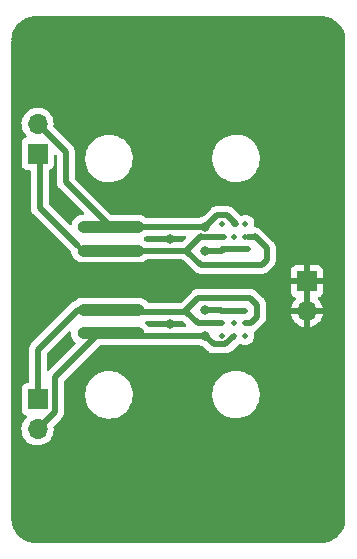
<source format=gbr>
%TF.GenerationSoftware,KiCad,Pcbnew,(6.0.8-1)-1*%
%TF.CreationDate,2023-01-25T17:11:03-08:00*%
%TF.ProjectId,SiPM_breakout,5369504d-5f62-4726-9561-6b6f75742e6b,rev?*%
%TF.SameCoordinates,Original*%
%TF.FileFunction,Copper,L1,Top*%
%TF.FilePolarity,Positive*%
%FSLAX46Y46*%
G04 Gerber Fmt 4.6, Leading zero omitted, Abs format (unit mm)*
G04 Created by KiCad (PCBNEW (6.0.8-1)-1) date 2023-01-25 17:11:03*
%MOMM*%
%LPD*%
G01*
G04 APERTURE LIST*
%TA.AperFunction,SMDPad,CuDef*%
%ADD10C,0.500000*%
%TD*%
%TA.AperFunction,SMDPad,CuDef*%
%ADD11O,5.700000X1.000000*%
%TD*%
%TA.AperFunction,ComponentPad*%
%ADD12R,1.700000X1.700000*%
%TD*%
%TA.AperFunction,ComponentPad*%
%ADD13O,1.700000X1.700000*%
%TD*%
%TA.AperFunction,ViaPad*%
%ADD14C,0.800000*%
%TD*%
%TA.AperFunction,Conductor*%
%ADD15C,0.500000*%
%TD*%
G04 APERTURE END LIST*
D10*
%TO.P,D1,1,K*%
%TO.N,/BIAS1*%
X96000000Y-102655000D03*
X95000000Y-100555000D03*
X97000000Y-100555000D03*
X96000000Y-100555000D03*
%TO.P,D1,2,A*%
%TO.N,/SIG1*%
X95000000Y-101555000D03*
X97000000Y-101555000D03*
%TO.P,D1,4*%
%TO.N,N/C*%
X97000000Y-102655000D03*
X95000000Y-102655000D03*
%TO.P,D1,5*%
X96000000Y-101555000D03*
%TD*%
D11*
%TO.P,D4,1,K*%
%TO.N,/BIAS2*%
X85600000Y-93400000D03*
%TO.P,D4,2,A*%
%TO.N,/SIG2*%
X85600000Y-95400000D03*
%TD*%
%TO.P,D3,1,K*%
%TO.N,/BIAS1*%
X85600000Y-102400000D03*
%TO.P,D3,2,A*%
%TO.N,/SIG1*%
X85600000Y-100400000D03*
%TD*%
D10*
%TO.P,D2,1,K*%
%TO.N,/BIAS2*%
X96000000Y-95245000D03*
X95000000Y-95245000D03*
X97000000Y-95245000D03*
X96000000Y-93145000D03*
%TO.P,D2,2,A*%
%TO.N,/SIG2*%
X95000000Y-94245000D03*
X97000000Y-94245000D03*
%TO.P,D2,4*%
%TO.N,N/C*%
X95000000Y-93145000D03*
X97000000Y-93145000D03*
%TO.P,D2,5*%
X96000000Y-94245000D03*
%TD*%
D12*
%TO.P,J2,1,Pin_1*%
%TO.N,/SIG2*%
X79400000Y-87200000D03*
D13*
%TO.P,J2,2,Pin_2*%
%TO.N,/BIAS2*%
X79400000Y-84660000D03*
%TD*%
D12*
%TO.P,J1,1,Pin_1*%
%TO.N,/SIG1*%
X79400000Y-108000000D03*
D13*
%TO.P,J1,2,Pin_2*%
%TO.N,/BIAS1*%
X79400000Y-110540000D03*
%TD*%
D12*
%TO.P,J3,1,Pin_1*%
%TO.N,/GND*%
X102200000Y-98000000D03*
D13*
%TO.P,J3,2,Pin_2*%
X102200000Y-100540000D03*
%TD*%
D14*
%TO.N,/BIAS1*%
X93600000Y-102600000D03*
X93600000Y-100400000D03*
%TO.N,/BIAS2*%
X93600000Y-95400000D03*
X93600000Y-93395500D03*
%TO.N,/GND*%
X81800000Y-91600000D03*
X80000000Y-100600000D03*
X82600000Y-85400000D03*
X90800000Y-104600000D03*
X82600000Y-110000000D03*
X81600000Y-103600000D03*
X90600000Y-94400000D03*
X80000000Y-94400000D03*
X90800000Y-91800000D03*
X90800000Y-98000000D03*
X90600000Y-101600000D03*
%TD*%
D15*
%TO.N,/SIG1*%
X91800000Y-100600000D02*
X92000000Y-100600000D01*
X97445000Y-101555000D02*
X97000000Y-101555000D01*
X79400000Y-103800000D02*
X82800000Y-100400000D01*
X91800000Y-100600000D02*
X93000000Y-99400000D01*
X85420000Y-100600000D02*
X91800000Y-100600000D01*
X98000000Y-100000000D02*
X98000000Y-101000000D01*
X93000000Y-99400000D02*
X97400000Y-99400000D01*
X79400000Y-108000000D02*
X79400000Y-103800000D01*
X92955000Y-101555000D02*
X92000000Y-100600000D01*
X82800000Y-100400000D02*
X85600000Y-100400000D01*
X97400000Y-99400000D02*
X98000000Y-100000000D01*
X95000000Y-101555000D02*
X92955000Y-101555000D01*
X98000000Y-101000000D02*
X97445000Y-101555000D01*
%TO.N,/BIAS1*%
X94845000Y-100400000D02*
X95000000Y-100555000D01*
X80860000Y-106140000D02*
X84600000Y-102400000D01*
X93600000Y-102600000D02*
X94355000Y-103355000D01*
X84600000Y-102400000D02*
X85600000Y-102400000D01*
X80860000Y-109080000D02*
X80860000Y-106140000D01*
X93600000Y-102600000D02*
X85420000Y-102600000D01*
X95300000Y-103355000D02*
X96000000Y-102655000D01*
X79400000Y-110540000D02*
X80860000Y-109080000D01*
X93600000Y-100400000D02*
X94845000Y-100400000D01*
X94355000Y-103355000D02*
X95300000Y-103355000D01*
X97000000Y-100555000D02*
X95000000Y-100555000D01*
%TO.N,/BIAS2*%
X95045000Y-95400000D02*
X95200000Y-95245000D01*
X93600000Y-93400000D02*
X93600000Y-93395500D01*
X93600000Y-93400000D02*
X94600000Y-92400000D01*
X81800000Y-87060000D02*
X81800000Y-89600000D01*
X81800000Y-89600000D02*
X85600000Y-93400000D01*
X93600000Y-95400000D02*
X95045000Y-95400000D01*
X79400000Y-84660000D02*
X81800000Y-87060000D01*
X94600000Y-92400000D02*
X95455000Y-92400000D01*
X93000000Y-93400000D02*
X93600000Y-93400000D01*
X97200000Y-95245000D02*
X95200000Y-95245000D01*
X85400000Y-93400000D02*
X93000000Y-93400000D01*
X95455000Y-92400000D02*
X96200000Y-93145000D01*
%TO.N,/SIG2*%
X98800000Y-95200000D02*
X97800000Y-94200000D01*
X79600000Y-91800000D02*
X82800000Y-95000000D01*
X85400000Y-95400000D02*
X92000000Y-95400000D01*
X97755000Y-94245000D02*
X97200000Y-94245000D01*
X97800000Y-94200000D02*
X97755000Y-94245000D01*
X98800000Y-96200000D02*
X98800000Y-95200000D01*
X92000000Y-95400000D02*
X93200000Y-96600000D01*
X93245000Y-94245000D02*
X95200000Y-94245000D01*
X92000000Y-95400000D02*
X93200000Y-94200000D01*
X85600000Y-95400000D02*
X83600000Y-95400000D01*
X93200000Y-96600000D02*
X98400000Y-96600000D01*
X79600000Y-87400000D02*
X79600000Y-91800000D01*
X98400000Y-96600000D02*
X98800000Y-96200000D01*
%TD*%
%TA.AperFunction,Conductor*%
%TO.N,/GND*%
G36*
X103402018Y-75567000D02*
G01*
X103416851Y-75569310D01*
X103416855Y-75569310D01*
X103425724Y-75570691D01*
X103434626Y-75569527D01*
X103434629Y-75569527D01*
X103442012Y-75568561D01*
X103466591Y-75567767D01*
X103493442Y-75569527D01*
X103688922Y-75582340D01*
X103705262Y-75584491D01*
X103827477Y-75608801D01*
X103949696Y-75633112D01*
X103965606Y-75637375D01*
X104201600Y-75717484D01*
X104216826Y-75723791D01*
X104440342Y-75834016D01*
X104454616Y-75842257D01*
X104661829Y-75980713D01*
X104674905Y-75990746D01*
X104862278Y-76155068D01*
X104873932Y-76166722D01*
X105038254Y-76354095D01*
X105048287Y-76367171D01*
X105186743Y-76574384D01*
X105194984Y-76588658D01*
X105305209Y-76812174D01*
X105311515Y-76827398D01*
X105391625Y-77063394D01*
X105395889Y-77079307D01*
X105444509Y-77323738D01*
X105446660Y-77340078D01*
X105460763Y-77555236D01*
X105459733Y-77578350D01*
X105459690Y-77581854D01*
X105458309Y-77590724D01*
X105459473Y-77599626D01*
X105459473Y-77599628D01*
X105462436Y-77622283D01*
X105463500Y-77638621D01*
X105463500Y-118060633D01*
X105462000Y-118080018D01*
X105459690Y-118094851D01*
X105459690Y-118094855D01*
X105458309Y-118103724D01*
X105459473Y-118112626D01*
X105459473Y-118112629D01*
X105460439Y-118120012D01*
X105461233Y-118144591D01*
X105446660Y-118366922D01*
X105444509Y-118383262D01*
X105395889Y-118627693D01*
X105391625Y-118643606D01*
X105357312Y-118744689D01*
X105311516Y-118879600D01*
X105305209Y-118894826D01*
X105194984Y-119118342D01*
X105186743Y-119132616D01*
X105048287Y-119339829D01*
X105038254Y-119352905D01*
X104873932Y-119540278D01*
X104862278Y-119551932D01*
X104674905Y-119716254D01*
X104661829Y-119726287D01*
X104454616Y-119864743D01*
X104440342Y-119872984D01*
X104216826Y-119983209D01*
X104201602Y-119989515D01*
X103965606Y-120069625D01*
X103949696Y-120073888D01*
X103827477Y-120098199D01*
X103705262Y-120122509D01*
X103688922Y-120124660D01*
X103540134Y-120134413D01*
X103473763Y-120138763D01*
X103450650Y-120137733D01*
X103447146Y-120137690D01*
X103438276Y-120136309D01*
X103429374Y-120137473D01*
X103429372Y-120137473D01*
X103415915Y-120139233D01*
X103406714Y-120140436D01*
X103390379Y-120141500D01*
X79269367Y-120141500D01*
X79249982Y-120140000D01*
X79235149Y-120137690D01*
X79235145Y-120137690D01*
X79226276Y-120136309D01*
X79217374Y-120137473D01*
X79217371Y-120137473D01*
X79209988Y-120138439D01*
X79185409Y-120139233D01*
X79140799Y-120136309D01*
X78963078Y-120124660D01*
X78946738Y-120122509D01*
X78824523Y-120098199D01*
X78702304Y-120073888D01*
X78686394Y-120069625D01*
X78450398Y-119989515D01*
X78435174Y-119983209D01*
X78211658Y-119872984D01*
X78197384Y-119864743D01*
X77990171Y-119726287D01*
X77977095Y-119716254D01*
X77789722Y-119551932D01*
X77778068Y-119540278D01*
X77613746Y-119352905D01*
X77603713Y-119339829D01*
X77465257Y-119132616D01*
X77457016Y-119118342D01*
X77346791Y-118894826D01*
X77340484Y-118879600D01*
X77294688Y-118744689D01*
X77260375Y-118643606D01*
X77256111Y-118627693D01*
X77207491Y-118383262D01*
X77205340Y-118366922D01*
X77191476Y-118155407D01*
X77192650Y-118132232D01*
X77192334Y-118132204D01*
X77192770Y-118127344D01*
X77193576Y-118122552D01*
X77193729Y-118110000D01*
X77189773Y-118082376D01*
X77188500Y-118064514D01*
X77188500Y-110506695D01*
X78037251Y-110506695D01*
X78037548Y-110511848D01*
X78037548Y-110511851D01*
X78043011Y-110606590D01*
X78050110Y-110729715D01*
X78051247Y-110734761D01*
X78051248Y-110734767D01*
X78071119Y-110822939D01*
X78099222Y-110947639D01*
X78183266Y-111154616D01*
X78299987Y-111345088D01*
X78446250Y-111513938D01*
X78618126Y-111656632D01*
X78811000Y-111769338D01*
X79019692Y-111849030D01*
X79024760Y-111850061D01*
X79024763Y-111850062D01*
X79132017Y-111871883D01*
X79238597Y-111893567D01*
X79243772Y-111893757D01*
X79243774Y-111893757D01*
X79456673Y-111901564D01*
X79456677Y-111901564D01*
X79461837Y-111901753D01*
X79466957Y-111901097D01*
X79466959Y-111901097D01*
X79678288Y-111874025D01*
X79678289Y-111874025D01*
X79683416Y-111873368D01*
X79688366Y-111871883D01*
X79892429Y-111810661D01*
X79892434Y-111810659D01*
X79897384Y-111809174D01*
X80097994Y-111710896D01*
X80279860Y-111581173D01*
X80438096Y-111423489D01*
X80497594Y-111340689D01*
X80565435Y-111246277D01*
X80568453Y-111242077D01*
X80667430Y-111041811D01*
X80732370Y-110828069D01*
X80761529Y-110606590D01*
X80763156Y-110540000D01*
X80745870Y-110329747D01*
X80760223Y-110260219D01*
X80782351Y-110230330D01*
X81348911Y-109663770D01*
X81363323Y-109651384D01*
X81374918Y-109642851D01*
X81374923Y-109642846D01*
X81380818Y-109638508D01*
X81385557Y-109632930D01*
X81385560Y-109632927D01*
X81415035Y-109598232D01*
X81421965Y-109590716D01*
X81427661Y-109585020D01*
X81429924Y-109582159D01*
X81429929Y-109582154D01*
X81445293Y-109562734D01*
X81448082Y-109559333D01*
X81468407Y-109535409D01*
X81495333Y-109503715D01*
X81498659Y-109497202D01*
X81502020Y-109492163D01*
X81505196Y-109487021D01*
X81509734Y-109481284D01*
X81540655Y-109415125D01*
X81542561Y-109411225D01*
X81550983Y-109394731D01*
X81575769Y-109346192D01*
X81577508Y-109339083D01*
X81579604Y-109333449D01*
X81581523Y-109327679D01*
X81584622Y-109321050D01*
X81587019Y-109309530D01*
X81599490Y-109249571D01*
X81600461Y-109245282D01*
X81606980Y-109218642D01*
X81617808Y-109174390D01*
X81618500Y-109163236D01*
X81618535Y-109163238D01*
X81618775Y-109159266D01*
X81619152Y-109155045D01*
X81620641Y-109147885D01*
X81618546Y-109070458D01*
X81618500Y-109067050D01*
X81618500Y-107546733D01*
X83434822Y-107546733D01*
X83434975Y-107551121D01*
X83434975Y-107551127D01*
X83444183Y-107814788D01*
X83444625Y-107827458D01*
X83445387Y-107831781D01*
X83445388Y-107831788D01*
X83469164Y-107966624D01*
X83493402Y-108104087D01*
X83580203Y-108371235D01*
X83703340Y-108623702D01*
X83705795Y-108627341D01*
X83705798Y-108627347D01*
X83772261Y-108725882D01*
X83860415Y-108856576D01*
X84048371Y-109065322D01*
X84263550Y-109245879D01*
X84501764Y-109394731D01*
X84635484Y-109454267D01*
X84720193Y-109491982D01*
X84758375Y-109508982D01*
X84850538Y-109535409D01*
X84969104Y-109569407D01*
X85028390Y-109586407D01*
X85032740Y-109587018D01*
X85032743Y-109587019D01*
X85135690Y-109601487D01*
X85306552Y-109625500D01*
X85517146Y-109625500D01*
X85519332Y-109625347D01*
X85519336Y-109625347D01*
X85722827Y-109611118D01*
X85722832Y-109611117D01*
X85727212Y-109610811D01*
X86001970Y-109552409D01*
X86006099Y-109550906D01*
X86006103Y-109550905D01*
X86261781Y-109457846D01*
X86261785Y-109457844D01*
X86265926Y-109456337D01*
X86513942Y-109324464D01*
X86537341Y-109307464D01*
X86737629Y-109161947D01*
X86737632Y-109161944D01*
X86741192Y-109159358D01*
X86760646Y-109140572D01*
X86940087Y-108967287D01*
X86943252Y-108964231D01*
X87116188Y-108742882D01*
X87118384Y-108739078D01*
X87118389Y-108739071D01*
X87254435Y-108503431D01*
X87256636Y-108499619D01*
X87361862Y-108239176D01*
X87366101Y-108222176D01*
X87428753Y-107970893D01*
X87428754Y-107970888D01*
X87429817Y-107966624D01*
X87432064Y-107945251D01*
X87458719Y-107691636D01*
X87458719Y-107691633D01*
X87459178Y-107687267D01*
X87458737Y-107674636D01*
X87453677Y-107529733D01*
X94187822Y-107529733D01*
X94187975Y-107534121D01*
X94187975Y-107534127D01*
X94193476Y-107691636D01*
X94197625Y-107810458D01*
X94198387Y-107814781D01*
X94198388Y-107814788D01*
X94222164Y-107949624D01*
X94246402Y-108087087D01*
X94333203Y-108354235D01*
X94456340Y-108606702D01*
X94458795Y-108610341D01*
X94458798Y-108610347D01*
X94470265Y-108627347D01*
X94613415Y-108839576D01*
X94616360Y-108842847D01*
X94616361Y-108842848D01*
X94628722Y-108856576D01*
X94801371Y-109048322D01*
X95016550Y-109228879D01*
X95254764Y-109377731D01*
X95511375Y-109491982D01*
X95571739Y-109509291D01*
X95746258Y-109559333D01*
X95781390Y-109569407D01*
X95785740Y-109570018D01*
X95785743Y-109570019D01*
X95872090Y-109582154D01*
X96059552Y-109608500D01*
X96270146Y-109608500D01*
X96272332Y-109608347D01*
X96272336Y-109608347D01*
X96475827Y-109594118D01*
X96475832Y-109594117D01*
X96480212Y-109593811D01*
X96754970Y-109535409D01*
X96759099Y-109533906D01*
X96759103Y-109533905D01*
X97014781Y-109440846D01*
X97014785Y-109440844D01*
X97018926Y-109439337D01*
X97266942Y-109307464D01*
X97283782Y-109295229D01*
X97490629Y-109144947D01*
X97490632Y-109144944D01*
X97494192Y-109142358D01*
X97696252Y-108947231D01*
X97869188Y-108725882D01*
X97871384Y-108722078D01*
X97871389Y-108722071D01*
X98007435Y-108486431D01*
X98009636Y-108482619D01*
X98114862Y-108222176D01*
X98148544Y-108087087D01*
X98181753Y-107953893D01*
X98181754Y-107953888D01*
X98182817Y-107949624D01*
X98212178Y-107670267D01*
X98208018Y-107551127D01*
X98202529Y-107393939D01*
X98202528Y-107393933D01*
X98202375Y-107389542D01*
X98178608Y-107254749D01*
X98157358Y-107134236D01*
X98153598Y-107112913D01*
X98066797Y-106845765D01*
X98035384Y-106781358D01*
X97970048Y-106647402D01*
X97943660Y-106593298D01*
X97941205Y-106589659D01*
X97941202Y-106589653D01*
X97800514Y-106381075D01*
X97786585Y-106360424D01*
X97598629Y-106151678D01*
X97383450Y-105971121D01*
X97145236Y-105822269D01*
X96930821Y-105726805D01*
X96892639Y-105709805D01*
X96892637Y-105709804D01*
X96888625Y-105708018D01*
X96682123Y-105648805D01*
X96622837Y-105631805D01*
X96622836Y-105631805D01*
X96618610Y-105630593D01*
X96614260Y-105629982D01*
X96614257Y-105629981D01*
X96462498Y-105608653D01*
X96340448Y-105591500D01*
X96129854Y-105591500D01*
X96127668Y-105591653D01*
X96127664Y-105591653D01*
X95924173Y-105605882D01*
X95924168Y-105605883D01*
X95919788Y-105606189D01*
X95645030Y-105664591D01*
X95640901Y-105666094D01*
X95640897Y-105666095D01*
X95385219Y-105759154D01*
X95385215Y-105759156D01*
X95381074Y-105760663D01*
X95133058Y-105892536D01*
X95129499Y-105895122D01*
X95129497Y-105895123D01*
X95004706Y-105985789D01*
X94905808Y-106057642D01*
X94703748Y-106252769D01*
X94530812Y-106474118D01*
X94528616Y-106477922D01*
X94528611Y-106477929D01*
X94434174Y-106641500D01*
X94390364Y-106717381D01*
X94285138Y-106977824D01*
X94284073Y-106982097D01*
X94284072Y-106982099D01*
X94248260Y-107125735D01*
X94217183Y-107250376D01*
X94216724Y-107254744D01*
X94216723Y-107254749D01*
X94200307Y-107410939D01*
X94187822Y-107529733D01*
X87453677Y-107529733D01*
X87449529Y-107410939D01*
X87449528Y-107410933D01*
X87449375Y-107406542D01*
X87446378Y-107389542D01*
X87401360Y-107134236D01*
X87400598Y-107129913D01*
X87313797Y-106862765D01*
X87280219Y-106793919D01*
X87234111Y-106699385D01*
X87190660Y-106610298D01*
X87188205Y-106606659D01*
X87188202Y-106606653D01*
X87098806Y-106474118D01*
X87033585Y-106377424D01*
X87021566Y-106364075D01*
X86848566Y-106171940D01*
X86845629Y-106168678D01*
X86630450Y-105988121D01*
X86392236Y-105839269D01*
X86135625Y-105725018D01*
X85930135Y-105666095D01*
X85869837Y-105648805D01*
X85869836Y-105648805D01*
X85865610Y-105647593D01*
X85861260Y-105646982D01*
X85861257Y-105646981D01*
X85744648Y-105630593D01*
X85587448Y-105608500D01*
X85376854Y-105608500D01*
X85374668Y-105608653D01*
X85374664Y-105608653D01*
X85171173Y-105622882D01*
X85171168Y-105622883D01*
X85166788Y-105623189D01*
X84892030Y-105681591D01*
X84887901Y-105683094D01*
X84887897Y-105683095D01*
X84632219Y-105776154D01*
X84632215Y-105776156D01*
X84628074Y-105777663D01*
X84380058Y-105909536D01*
X84376499Y-105912122D01*
X84376497Y-105912123D01*
X84171998Y-106060700D01*
X84152808Y-106074642D01*
X83950748Y-106269769D01*
X83777812Y-106491118D01*
X83775616Y-106494922D01*
X83775611Y-106494929D01*
X83690989Y-106641500D01*
X83637364Y-106734381D01*
X83532138Y-106994824D01*
X83531073Y-106999097D01*
X83531072Y-106999099D01*
X83468422Y-107250376D01*
X83464183Y-107267376D01*
X83434822Y-107546733D01*
X81618500Y-107546733D01*
X81618500Y-106506371D01*
X81638502Y-106438250D01*
X81655405Y-106417276D01*
X84627276Y-103445405D01*
X84689588Y-103411379D01*
X84716371Y-103408500D01*
X87999769Y-103408500D01*
X88002825Y-103408200D01*
X88002832Y-103408200D01*
X88061340Y-103402463D01*
X88146833Y-103394080D01*
X88152734Y-103392298D01*
X88152736Y-103392298D01*
X88246866Y-103363878D01*
X88283284Y-103358500D01*
X93057413Y-103358500D01*
X93131472Y-103382563D01*
X93137902Y-103387235D01*
X93137909Y-103387239D01*
X93143248Y-103391118D01*
X93149276Y-103393802D01*
X93149278Y-103393803D01*
X93265179Y-103445405D01*
X93317712Y-103468794D01*
X93324167Y-103470166D01*
X93324176Y-103470169D01*
X93380772Y-103482199D01*
X93443669Y-103516350D01*
X93771230Y-103843911D01*
X93783616Y-103858323D01*
X93792149Y-103869918D01*
X93792154Y-103869923D01*
X93796492Y-103875818D01*
X93802070Y-103880557D01*
X93802073Y-103880560D01*
X93836768Y-103910035D01*
X93844284Y-103916965D01*
X93849979Y-103922660D01*
X93852861Y-103924940D01*
X93872251Y-103940281D01*
X93875655Y-103943072D01*
X93925703Y-103985591D01*
X93931285Y-103990333D01*
X93937801Y-103993661D01*
X93942850Y-103997028D01*
X93947979Y-104000195D01*
X93953716Y-104004734D01*
X94019875Y-104035655D01*
X94023769Y-104037558D01*
X94088808Y-104070769D01*
X94095916Y-104072508D01*
X94101559Y-104074607D01*
X94107322Y-104076524D01*
X94113950Y-104079622D01*
X94121112Y-104081112D01*
X94121113Y-104081112D01*
X94185412Y-104094486D01*
X94189696Y-104095456D01*
X94260610Y-104112808D01*
X94266212Y-104113156D01*
X94266215Y-104113156D01*
X94271764Y-104113500D01*
X94271762Y-104113536D01*
X94275755Y-104113775D01*
X94279947Y-104114149D01*
X94287115Y-104115640D01*
X94364520Y-104113546D01*
X94367928Y-104113500D01*
X95232930Y-104113500D01*
X95251880Y-104114933D01*
X95266115Y-104117099D01*
X95266119Y-104117099D01*
X95273349Y-104118199D01*
X95280641Y-104117606D01*
X95280644Y-104117606D01*
X95326018Y-104113915D01*
X95336233Y-104113500D01*
X95344293Y-104113500D01*
X95361680Y-104111473D01*
X95372507Y-104110211D01*
X95376882Y-104109778D01*
X95442339Y-104104454D01*
X95442342Y-104104453D01*
X95449637Y-104103860D01*
X95456601Y-104101604D01*
X95462560Y-104100413D01*
X95468415Y-104099029D01*
X95475681Y-104098182D01*
X95544327Y-104073265D01*
X95548455Y-104071848D01*
X95610936Y-104051607D01*
X95610938Y-104051606D01*
X95617899Y-104049351D01*
X95624154Y-104045555D01*
X95629628Y-104043049D01*
X95635058Y-104040330D01*
X95641937Y-104037833D01*
X95648058Y-104033820D01*
X95702976Y-103997814D01*
X95706680Y-103995477D01*
X95769107Y-103957595D01*
X95777484Y-103950197D01*
X95777508Y-103950224D01*
X95780500Y-103947571D01*
X95783733Y-103944868D01*
X95789852Y-103940856D01*
X95843128Y-103884617D01*
X95845506Y-103882175D01*
X96423577Y-103304104D01*
X96485889Y-103270078D01*
X96556704Y-103275143D01*
X96581663Y-103287766D01*
X96655846Y-103336310D01*
X96662450Y-103338766D01*
X96662452Y-103338767D01*
X96698844Y-103352301D01*
X96815341Y-103395626D01*
X96984015Y-103418132D01*
X96991026Y-103417494D01*
X96991030Y-103417494D01*
X97146462Y-103403348D01*
X97153483Y-103402709D01*
X97160185Y-103400531D01*
X97160187Y-103400531D01*
X97308623Y-103352301D01*
X97308626Y-103352300D01*
X97315322Y-103350124D01*
X97461490Y-103262990D01*
X97466584Y-103258139D01*
X97466588Y-103258136D01*
X97575925Y-103154015D01*
X97584721Y-103145639D01*
X97612241Y-103104219D01*
X97674990Y-103009773D01*
X97678891Y-103003902D01*
X97739319Y-102844825D01*
X97763001Y-102676313D01*
X97763299Y-102655000D01*
X97744331Y-102485892D01*
X97713223Y-102396562D01*
X97709709Y-102325655D01*
X97745090Y-102264103D01*
X97775797Y-102242463D01*
X97780054Y-102240331D01*
X97786937Y-102237833D01*
X97793061Y-102233818D01*
X97847976Y-102197814D01*
X97851680Y-102195477D01*
X97914107Y-102157595D01*
X97922484Y-102150197D01*
X97922508Y-102150224D01*
X97925500Y-102147571D01*
X97928733Y-102144868D01*
X97934852Y-102140856D01*
X97988128Y-102084617D01*
X97990506Y-102082175D01*
X98488911Y-101583770D01*
X98503323Y-101571384D01*
X98514918Y-101562851D01*
X98514923Y-101562846D01*
X98520818Y-101558508D01*
X98525557Y-101552930D01*
X98525560Y-101552927D01*
X98555035Y-101518232D01*
X98561965Y-101510716D01*
X98567661Y-101505020D01*
X98569924Y-101502159D01*
X98569929Y-101502154D01*
X98585293Y-101482734D01*
X98588082Y-101479333D01*
X98630592Y-101429296D01*
X98630594Y-101429294D01*
X98635333Y-101423715D01*
X98638662Y-101417195D01*
X98642028Y-101412148D01*
X98645193Y-101407024D01*
X98649735Y-101401283D01*
X98653102Y-101394080D01*
X98680634Y-101335170D01*
X98682565Y-101331218D01*
X98712442Y-101272708D01*
X98712443Y-101272706D01*
X98715769Y-101266192D01*
X98717508Y-101259086D01*
X98719609Y-101253436D01*
X98721524Y-101247679D01*
X98724622Y-101241050D01*
X98739491Y-101169565D01*
X98740461Y-101165282D01*
X98742049Y-101158794D01*
X98757808Y-101094390D01*
X98758500Y-101083236D01*
X98758535Y-101083238D01*
X98758775Y-101079266D01*
X98759152Y-101075045D01*
X98760641Y-101067885D01*
X98758546Y-100990458D01*
X98758500Y-100987050D01*
X98758500Y-100807966D01*
X100868257Y-100807966D01*
X100898565Y-100942446D01*
X100901645Y-100952275D01*
X100981770Y-101149603D01*
X100986413Y-101158794D01*
X101097694Y-101340388D01*
X101103777Y-101348699D01*
X101243213Y-101509667D01*
X101250580Y-101516883D01*
X101414434Y-101652916D01*
X101422881Y-101658831D01*
X101606756Y-101766279D01*
X101616042Y-101770729D01*
X101815001Y-101846703D01*
X101824899Y-101849579D01*
X101928250Y-101870606D01*
X101942299Y-101869410D01*
X101946000Y-101859065D01*
X101946000Y-101858517D01*
X102454000Y-101858517D01*
X102458064Y-101872359D01*
X102471478Y-101874393D01*
X102478184Y-101873534D01*
X102488262Y-101871392D01*
X102692255Y-101810191D01*
X102701842Y-101806433D01*
X102893095Y-101712739D01*
X102901945Y-101707464D01*
X103075328Y-101583792D01*
X103083200Y-101577139D01*
X103234052Y-101426812D01*
X103240730Y-101418965D01*
X103365003Y-101246020D01*
X103370313Y-101237183D01*
X103464670Y-101046267D01*
X103468469Y-101036672D01*
X103530377Y-100832910D01*
X103532555Y-100822837D01*
X103533986Y-100811962D01*
X103531775Y-100797778D01*
X103518617Y-100794000D01*
X102472115Y-100794000D01*
X102456876Y-100798475D01*
X102455671Y-100799865D01*
X102454000Y-100807548D01*
X102454000Y-101858517D01*
X101946000Y-101858517D01*
X101946000Y-100812115D01*
X101941525Y-100796876D01*
X101940135Y-100795671D01*
X101932452Y-100794000D01*
X100883225Y-100794000D01*
X100869694Y-100797973D01*
X100868257Y-100807966D01*
X98758500Y-100807966D01*
X98758500Y-100067069D01*
X98759933Y-100048118D01*
X98762099Y-100033883D01*
X98762099Y-100033881D01*
X98763199Y-100026651D01*
X98758915Y-99973982D01*
X98758500Y-99963767D01*
X98758500Y-99955707D01*
X98755211Y-99927493D01*
X98754778Y-99923118D01*
X98749454Y-99857661D01*
X98749453Y-99857658D01*
X98748860Y-99850363D01*
X98746604Y-99843399D01*
X98745413Y-99837440D01*
X98744029Y-99831585D01*
X98743182Y-99824319D01*
X98718265Y-99755673D01*
X98716848Y-99751545D01*
X98696607Y-99689064D01*
X98696606Y-99689062D01*
X98694351Y-99682101D01*
X98690555Y-99675846D01*
X98688049Y-99670372D01*
X98685330Y-99664942D01*
X98682833Y-99658063D01*
X98642814Y-99597024D01*
X98640467Y-99593305D01*
X98602595Y-99530893D01*
X98595197Y-99522516D01*
X98595224Y-99522492D01*
X98592571Y-99519500D01*
X98589868Y-99516267D01*
X98585856Y-99510148D01*
X98529617Y-99456872D01*
X98527175Y-99454494D01*
X97983770Y-98911089D01*
X97971384Y-98896677D01*
X97969906Y-98894669D01*
X100842001Y-98894669D01*
X100842371Y-98901490D01*
X100847895Y-98952352D01*
X100851521Y-98967604D01*
X100896676Y-99088054D01*
X100905214Y-99103649D01*
X100981715Y-99205724D01*
X100994276Y-99218285D01*
X101096351Y-99294786D01*
X101111946Y-99303324D01*
X101221337Y-99344333D01*
X101278101Y-99386975D01*
X101302801Y-99453536D01*
X101287594Y-99522885D01*
X101268201Y-99549366D01*
X101144590Y-99678717D01*
X101138104Y-99686727D01*
X101018098Y-99862649D01*
X101013000Y-99871623D01*
X100923338Y-100064783D01*
X100919775Y-100074470D01*
X100864389Y-100274183D01*
X100865912Y-100282607D01*
X100878292Y-100286000D01*
X101927885Y-100286000D01*
X101943124Y-100281525D01*
X101944329Y-100280135D01*
X101946000Y-100272452D01*
X101946000Y-100267885D01*
X102454000Y-100267885D01*
X102458475Y-100283124D01*
X102459865Y-100284329D01*
X102467548Y-100286000D01*
X103518344Y-100286000D01*
X103531875Y-100282027D01*
X103533180Y-100272947D01*
X103491214Y-100105875D01*
X103487894Y-100096124D01*
X103402972Y-99900814D01*
X103398105Y-99891739D01*
X103282426Y-99712926D01*
X103276136Y-99704757D01*
X103131931Y-99546279D01*
X103100879Y-99482433D01*
X103109273Y-99411934D01*
X103154450Y-99357166D01*
X103180894Y-99343497D01*
X103288054Y-99303324D01*
X103303649Y-99294786D01*
X103405724Y-99218285D01*
X103418285Y-99205724D01*
X103494786Y-99103649D01*
X103503324Y-99088054D01*
X103548478Y-98967606D01*
X103552105Y-98952351D01*
X103557631Y-98901486D01*
X103558000Y-98894672D01*
X103558000Y-98272115D01*
X103553525Y-98256876D01*
X103552135Y-98255671D01*
X103544452Y-98254000D01*
X102472115Y-98254000D01*
X102456876Y-98258475D01*
X102455671Y-98259865D01*
X102454000Y-98267548D01*
X102454000Y-100267885D01*
X101946000Y-100267885D01*
X101946000Y-98272115D01*
X101941525Y-98256876D01*
X101940135Y-98255671D01*
X101932452Y-98254000D01*
X100860116Y-98254000D01*
X100844877Y-98258475D01*
X100843672Y-98259865D01*
X100842001Y-98267548D01*
X100842001Y-98894669D01*
X97969906Y-98894669D01*
X97962851Y-98885082D01*
X97962846Y-98885077D01*
X97958508Y-98879182D01*
X97952930Y-98874443D01*
X97952927Y-98874440D01*
X97918232Y-98844965D01*
X97910716Y-98838035D01*
X97905021Y-98832340D01*
X97898880Y-98827482D01*
X97882749Y-98814719D01*
X97879345Y-98811928D01*
X97829297Y-98769409D01*
X97829295Y-98769408D01*
X97823715Y-98764667D01*
X97817199Y-98761339D01*
X97812150Y-98757972D01*
X97807021Y-98754805D01*
X97801284Y-98750266D01*
X97735125Y-98719345D01*
X97731225Y-98717439D01*
X97666192Y-98684231D01*
X97659084Y-98682492D01*
X97653441Y-98680393D01*
X97647678Y-98678476D01*
X97641050Y-98675378D01*
X97569583Y-98660513D01*
X97565299Y-98659543D01*
X97530958Y-98651140D01*
X97494390Y-98642192D01*
X97488788Y-98641844D01*
X97488785Y-98641844D01*
X97483236Y-98641500D01*
X97483238Y-98641464D01*
X97479245Y-98641225D01*
X97475053Y-98640851D01*
X97467885Y-98639360D01*
X97404120Y-98641085D01*
X97390479Y-98641454D01*
X97387072Y-98641500D01*
X93067069Y-98641500D01*
X93048121Y-98640067D01*
X93040780Y-98638950D01*
X93033883Y-98637901D01*
X93033881Y-98637901D01*
X93026651Y-98636801D01*
X93019359Y-98637394D01*
X93019356Y-98637394D01*
X92973982Y-98641085D01*
X92963767Y-98641500D01*
X92955707Y-98641500D01*
X92942417Y-98643049D01*
X92927493Y-98644789D01*
X92923118Y-98645222D01*
X92857661Y-98650546D01*
X92857658Y-98650547D01*
X92850363Y-98651140D01*
X92843399Y-98653396D01*
X92837440Y-98654587D01*
X92831585Y-98655971D01*
X92824319Y-98656818D01*
X92755673Y-98681735D01*
X92751545Y-98683152D01*
X92689064Y-98703393D01*
X92689062Y-98703394D01*
X92682101Y-98705649D01*
X92675846Y-98709445D01*
X92670372Y-98711951D01*
X92664942Y-98714670D01*
X92658063Y-98717167D01*
X92597016Y-98757191D01*
X92593327Y-98759518D01*
X92584843Y-98764667D01*
X92535693Y-98794491D01*
X92535688Y-98794495D01*
X92530892Y-98797405D01*
X92522516Y-98804803D01*
X92522493Y-98804777D01*
X92519503Y-98807426D01*
X92516264Y-98810134D01*
X92510148Y-98814144D01*
X92505121Y-98819451D01*
X92505117Y-98819454D01*
X92456872Y-98870383D01*
X92454494Y-98872825D01*
X91522724Y-99804595D01*
X91460412Y-99838621D01*
X91433629Y-99841500D01*
X88855427Y-99841500D01*
X88787306Y-99821498D01*
X88757231Y-99794452D01*
X88677902Y-99695788D01*
X88677901Y-99695787D01*
X88674032Y-99690975D01*
X88522526Y-99563846D01*
X88517128Y-99560879D01*
X88517123Y-99560875D01*
X88354608Y-99471533D01*
X88354609Y-99471533D01*
X88349213Y-99468567D01*
X88343346Y-99466706D01*
X88343344Y-99466705D01*
X88166564Y-99410627D01*
X88166563Y-99410627D01*
X88160694Y-99408765D01*
X88006773Y-99391500D01*
X83200231Y-99391500D01*
X83197175Y-99391800D01*
X83197168Y-99391800D01*
X83138660Y-99397537D01*
X83053167Y-99405920D01*
X83047266Y-99407702D01*
X83047264Y-99407702D01*
X82973947Y-99429838D01*
X82863831Y-99463084D01*
X82689204Y-99555934D01*
X82684427Y-99559830D01*
X82539461Y-99678061D01*
X82498660Y-99700284D01*
X82489063Y-99703393D01*
X82489058Y-99703395D01*
X82482101Y-99705649D01*
X82475847Y-99709444D01*
X82470372Y-99711951D01*
X82464942Y-99714670D01*
X82458063Y-99717167D01*
X82451943Y-99721180D01*
X82451942Y-99721180D01*
X82397024Y-99757186D01*
X82393320Y-99759523D01*
X82330893Y-99797405D01*
X82322516Y-99804803D01*
X82322492Y-99804776D01*
X82319500Y-99807429D01*
X82316267Y-99810132D01*
X82310148Y-99814144D01*
X82300509Y-99824319D01*
X82256872Y-99870383D01*
X82254494Y-99872825D01*
X78911089Y-103216230D01*
X78896677Y-103228616D01*
X78885082Y-103237149D01*
X78885077Y-103237154D01*
X78879182Y-103241492D01*
X78874443Y-103247070D01*
X78874440Y-103247073D01*
X78844965Y-103281768D01*
X78838035Y-103289284D01*
X78832340Y-103294979D01*
X78830060Y-103297861D01*
X78814719Y-103317251D01*
X78811928Y-103320655D01*
X78769409Y-103370703D01*
X78764667Y-103376285D01*
X78761339Y-103382801D01*
X78757972Y-103387850D01*
X78754805Y-103392979D01*
X78750266Y-103398716D01*
X78719345Y-103464875D01*
X78717442Y-103468769D01*
X78684231Y-103533808D01*
X78682492Y-103540916D01*
X78680393Y-103546559D01*
X78678476Y-103552322D01*
X78675378Y-103558950D01*
X78673888Y-103566112D01*
X78673888Y-103566113D01*
X78660514Y-103630412D01*
X78659544Y-103634696D01*
X78642192Y-103705610D01*
X78641500Y-103716764D01*
X78641464Y-103716762D01*
X78641225Y-103720755D01*
X78640851Y-103724947D01*
X78639360Y-103732115D01*
X78639558Y-103739432D01*
X78641454Y-103809521D01*
X78641500Y-103812928D01*
X78641500Y-106515500D01*
X78621498Y-106583621D01*
X78567842Y-106630114D01*
X78515500Y-106641500D01*
X78501866Y-106641500D01*
X78439684Y-106648255D01*
X78303295Y-106699385D01*
X78186739Y-106786739D01*
X78099385Y-106903295D01*
X78048255Y-107039684D01*
X78041500Y-107101866D01*
X78041500Y-108898134D01*
X78048255Y-108960316D01*
X78099385Y-109096705D01*
X78186739Y-109213261D01*
X78303295Y-109300615D01*
X78311704Y-109303767D01*
X78311705Y-109303768D01*
X78420451Y-109344535D01*
X78477216Y-109387176D01*
X78501916Y-109453738D01*
X78486709Y-109523087D01*
X78467316Y-109549568D01*
X78364627Y-109657026D01*
X78340629Y-109682138D01*
X78214743Y-109866680D01*
X78120688Y-110069305D01*
X78060989Y-110284570D01*
X78037251Y-110506695D01*
X77188500Y-110506695D01*
X77188500Y-97727885D01*
X100842000Y-97727885D01*
X100846475Y-97743124D01*
X100847865Y-97744329D01*
X100855548Y-97746000D01*
X101927885Y-97746000D01*
X101943124Y-97741525D01*
X101944329Y-97740135D01*
X101946000Y-97732452D01*
X101946000Y-97727885D01*
X102454000Y-97727885D01*
X102458475Y-97743124D01*
X102459865Y-97744329D01*
X102467548Y-97746000D01*
X103539884Y-97746000D01*
X103555123Y-97741525D01*
X103556328Y-97740135D01*
X103557999Y-97732452D01*
X103557999Y-97105331D01*
X103557629Y-97098510D01*
X103552105Y-97047648D01*
X103548479Y-97032396D01*
X103503324Y-96911946D01*
X103494786Y-96896351D01*
X103418285Y-96794276D01*
X103405724Y-96781715D01*
X103303649Y-96705214D01*
X103288054Y-96696676D01*
X103167606Y-96651522D01*
X103152351Y-96647895D01*
X103101486Y-96642369D01*
X103094672Y-96642000D01*
X102472115Y-96642000D01*
X102456876Y-96646475D01*
X102455671Y-96647865D01*
X102454000Y-96655548D01*
X102454000Y-97727885D01*
X101946000Y-97727885D01*
X101946000Y-96660116D01*
X101941525Y-96644877D01*
X101940135Y-96643672D01*
X101932452Y-96642001D01*
X101305331Y-96642001D01*
X101298510Y-96642371D01*
X101247648Y-96647895D01*
X101232396Y-96651521D01*
X101111946Y-96696676D01*
X101096351Y-96705214D01*
X100994276Y-96781715D01*
X100981715Y-96794276D01*
X100905214Y-96896351D01*
X100896676Y-96911946D01*
X100851522Y-97032394D01*
X100847895Y-97047649D01*
X100842369Y-97098514D01*
X100842000Y-97105328D01*
X100842000Y-97727885D01*
X77188500Y-97727885D01*
X77188500Y-84626695D01*
X78037251Y-84626695D01*
X78037548Y-84631848D01*
X78037548Y-84631851D01*
X78043011Y-84726590D01*
X78050110Y-84849715D01*
X78051247Y-84854761D01*
X78051248Y-84854767D01*
X78066624Y-84922991D01*
X78099222Y-85067639D01*
X78183266Y-85274616D01*
X78299987Y-85465088D01*
X78446250Y-85633938D01*
X78450230Y-85637242D01*
X78454981Y-85641187D01*
X78494616Y-85700090D01*
X78496113Y-85771071D01*
X78458997Y-85831593D01*
X78418724Y-85856112D01*
X78303295Y-85899385D01*
X78186739Y-85986739D01*
X78099385Y-86103295D01*
X78048255Y-86239684D01*
X78041500Y-86301866D01*
X78041500Y-88098134D01*
X78048255Y-88160316D01*
X78099385Y-88296705D01*
X78186739Y-88413261D01*
X78303295Y-88500615D01*
X78439684Y-88551745D01*
X78501866Y-88558500D01*
X78715500Y-88558500D01*
X78783621Y-88578502D01*
X78830114Y-88632158D01*
X78841500Y-88684500D01*
X78841500Y-91732930D01*
X78840067Y-91751880D01*
X78838122Y-91764667D01*
X78836801Y-91773349D01*
X78837394Y-91780641D01*
X78837394Y-91780644D01*
X78841085Y-91826018D01*
X78841500Y-91836233D01*
X78841500Y-91844293D01*
X78841925Y-91847937D01*
X78844789Y-91872507D01*
X78845222Y-91876882D01*
X78848005Y-91911089D01*
X78851140Y-91949637D01*
X78853396Y-91956601D01*
X78854587Y-91962560D01*
X78855971Y-91968415D01*
X78856818Y-91975681D01*
X78881735Y-92044327D01*
X78883152Y-92048455D01*
X78905649Y-92117899D01*
X78909445Y-92124154D01*
X78911951Y-92129628D01*
X78914670Y-92135058D01*
X78917167Y-92141937D01*
X78921180Y-92148057D01*
X78921180Y-92148058D01*
X78957186Y-92202976D01*
X78959523Y-92206680D01*
X78997405Y-92269107D01*
X79001121Y-92273315D01*
X79001122Y-92273316D01*
X79004803Y-92277484D01*
X79004776Y-92277508D01*
X79007429Y-92280500D01*
X79010132Y-92283733D01*
X79014144Y-92289852D01*
X79019456Y-92294884D01*
X79070383Y-92343128D01*
X79072825Y-92345506D01*
X82216047Y-95488728D01*
X82250073Y-95551040D01*
X82252431Y-95566385D01*
X82254570Y-95589888D01*
X82310410Y-95779619D01*
X82402040Y-95954890D01*
X82525968Y-96109025D01*
X82677474Y-96236154D01*
X82682872Y-96239121D01*
X82682877Y-96239125D01*
X82793328Y-96299845D01*
X82850787Y-96331433D01*
X82856654Y-96333294D01*
X82856656Y-96333295D01*
X82964323Y-96367449D01*
X83039306Y-96391235D01*
X83193227Y-96408500D01*
X87999769Y-96408500D01*
X88002825Y-96408200D01*
X88002832Y-96408200D01*
X88061340Y-96402463D01*
X88146833Y-96394080D01*
X88152734Y-96392298D01*
X88152736Y-96392298D01*
X88242160Y-96365299D01*
X88336169Y-96336916D01*
X88510796Y-96244066D01*
X88580941Y-96186857D01*
X88646373Y-96159303D01*
X88660577Y-96158500D01*
X91633629Y-96158500D01*
X91701750Y-96178502D01*
X91722724Y-96195405D01*
X92616230Y-97088911D01*
X92628616Y-97103323D01*
X92637149Y-97114918D01*
X92637154Y-97114923D01*
X92641492Y-97120818D01*
X92647070Y-97125557D01*
X92647073Y-97125560D01*
X92681768Y-97155035D01*
X92689284Y-97161965D01*
X92694979Y-97167660D01*
X92697861Y-97169940D01*
X92717251Y-97185281D01*
X92720655Y-97188072D01*
X92770703Y-97230591D01*
X92776285Y-97235333D01*
X92782801Y-97238661D01*
X92787850Y-97242028D01*
X92792979Y-97245195D01*
X92798716Y-97249734D01*
X92864875Y-97280655D01*
X92868769Y-97282558D01*
X92933808Y-97315769D01*
X92940916Y-97317508D01*
X92946559Y-97319607D01*
X92952322Y-97321524D01*
X92958950Y-97324622D01*
X92966112Y-97326112D01*
X92966113Y-97326112D01*
X93030412Y-97339486D01*
X93034696Y-97340456D01*
X93105610Y-97357808D01*
X93111212Y-97358156D01*
X93111215Y-97358156D01*
X93116764Y-97358500D01*
X93116762Y-97358536D01*
X93120755Y-97358775D01*
X93124947Y-97359149D01*
X93132115Y-97360640D01*
X93209520Y-97358546D01*
X93212928Y-97358500D01*
X98332930Y-97358500D01*
X98351880Y-97359933D01*
X98366115Y-97362099D01*
X98366119Y-97362099D01*
X98373349Y-97363199D01*
X98380641Y-97362606D01*
X98380644Y-97362606D01*
X98426018Y-97358915D01*
X98436233Y-97358500D01*
X98444293Y-97358500D01*
X98461680Y-97356473D01*
X98472507Y-97355211D01*
X98476882Y-97354778D01*
X98542339Y-97349454D01*
X98542342Y-97349453D01*
X98549637Y-97348860D01*
X98556601Y-97346604D01*
X98562560Y-97345413D01*
X98568415Y-97344029D01*
X98575681Y-97343182D01*
X98644327Y-97318265D01*
X98648455Y-97316848D01*
X98710936Y-97296607D01*
X98710938Y-97296606D01*
X98717899Y-97294351D01*
X98724154Y-97290555D01*
X98729628Y-97288049D01*
X98735058Y-97285330D01*
X98741937Y-97282833D01*
X98748058Y-97278820D01*
X98802976Y-97242814D01*
X98806680Y-97240477D01*
X98869107Y-97202595D01*
X98877484Y-97195197D01*
X98877508Y-97195224D01*
X98880500Y-97192571D01*
X98883733Y-97189868D01*
X98889852Y-97185856D01*
X98943128Y-97129617D01*
X98945506Y-97127175D01*
X99288911Y-96783770D01*
X99303323Y-96771384D01*
X99314918Y-96762851D01*
X99314923Y-96762846D01*
X99320818Y-96758508D01*
X99325557Y-96752930D01*
X99325560Y-96752927D01*
X99355035Y-96718232D01*
X99361965Y-96710716D01*
X99367660Y-96705021D01*
X99385281Y-96682749D01*
X99388072Y-96679345D01*
X99430591Y-96629297D01*
X99430592Y-96629295D01*
X99435333Y-96623715D01*
X99438661Y-96617199D01*
X99442028Y-96612150D01*
X99445195Y-96607021D01*
X99449734Y-96601284D01*
X99480655Y-96535125D01*
X99482561Y-96531225D01*
X99515769Y-96466192D01*
X99517508Y-96459084D01*
X99519607Y-96453441D01*
X99521524Y-96447678D01*
X99524622Y-96441050D01*
X99539487Y-96369583D01*
X99540457Y-96365299D01*
X99548744Y-96331433D01*
X99557808Y-96294390D01*
X99558500Y-96283236D01*
X99558536Y-96283238D01*
X99558775Y-96279245D01*
X99559149Y-96275053D01*
X99560640Y-96267885D01*
X99558546Y-96190479D01*
X99558500Y-96187072D01*
X99558500Y-95267070D01*
X99559933Y-95248120D01*
X99562099Y-95233885D01*
X99562099Y-95233881D01*
X99563199Y-95226651D01*
X99558915Y-95173982D01*
X99558500Y-95163767D01*
X99558500Y-95155707D01*
X99555209Y-95127480D01*
X99554778Y-95123121D01*
X99549454Y-95057662D01*
X99549453Y-95057659D01*
X99548860Y-95050364D01*
X99546604Y-95043400D01*
X99545417Y-95037461D01*
X99544030Y-95031590D01*
X99543182Y-95024319D01*
X99540686Y-95017443D01*
X99540684Y-95017434D01*
X99518275Y-94955702D01*
X99516865Y-94951598D01*
X99494352Y-94882101D01*
X99490556Y-94875846D01*
X99488057Y-94870387D01*
X99485329Y-94864939D01*
X99482833Y-94858063D01*
X99442805Y-94797010D01*
X99440481Y-94793327D01*
X99405500Y-94735680D01*
X99405499Y-94735679D01*
X99402595Y-94730893D01*
X99395198Y-94722517D01*
X99395225Y-94722493D01*
X99392570Y-94719499D01*
X99389868Y-94716268D01*
X99385856Y-94710148D01*
X99329617Y-94656872D01*
X99327175Y-94654494D01*
X98356037Y-93683356D01*
X98350690Y-93677668D01*
X98314845Y-93637081D01*
X98310000Y-93631595D01*
X98257313Y-93594360D01*
X98251866Y-93590284D01*
X98207028Y-93554809D01*
X98207019Y-93554804D01*
X98201284Y-93550266D01*
X98192685Y-93546247D01*
X98173323Y-93535001D01*
X98171540Y-93533741D01*
X98171538Y-93533740D01*
X98165560Y-93529515D01*
X98105695Y-93505389D01*
X98099477Y-93502684D01*
X98047686Y-93478479D01*
X98047683Y-93478478D01*
X98041050Y-93475378D01*
X98031757Y-93473445D01*
X98010321Y-93466952D01*
X98001511Y-93463402D01*
X97994274Y-93462301D01*
X97937730Y-93453699D01*
X97931022Y-93452492D01*
X97875049Y-93440850D01*
X97875048Y-93440850D01*
X97867885Y-93439360D01*
X97860570Y-93439558D01*
X97858306Y-93439356D01*
X97792232Y-93413379D01*
X97750692Y-93355804D01*
X97744730Y-93296319D01*
X97762452Y-93170221D01*
X97762452Y-93170218D01*
X97763001Y-93166313D01*
X97763299Y-93145000D01*
X97744331Y-92975892D01*
X97688368Y-92815189D01*
X97598192Y-92670879D01*
X97478286Y-92550132D01*
X97445604Y-92529391D01*
X97418338Y-92512088D01*
X97334608Y-92458951D01*
X97174300Y-92401868D01*
X97005329Y-92381720D01*
X96998326Y-92382456D01*
X96998325Y-92382456D01*
X96843101Y-92398770D01*
X96843097Y-92398771D01*
X96836093Y-92399507D01*
X96679882Y-92452685D01*
X96608951Y-92455703D01*
X96550183Y-92422502D01*
X96038770Y-91911089D01*
X96026384Y-91896677D01*
X96017851Y-91885082D01*
X96017846Y-91885077D01*
X96013508Y-91879182D01*
X96007930Y-91874443D01*
X96007927Y-91874440D01*
X95973232Y-91844965D01*
X95965716Y-91838035D01*
X95960021Y-91832340D01*
X95943736Y-91819456D01*
X95937749Y-91814719D01*
X95934345Y-91811928D01*
X95884297Y-91769409D01*
X95884295Y-91769408D01*
X95878715Y-91764667D01*
X95872199Y-91761339D01*
X95867150Y-91757972D01*
X95862021Y-91754805D01*
X95856284Y-91750266D01*
X95790125Y-91719345D01*
X95786225Y-91717439D01*
X95721192Y-91684231D01*
X95714084Y-91682492D01*
X95708441Y-91680393D01*
X95702678Y-91678476D01*
X95696050Y-91675378D01*
X95624583Y-91660513D01*
X95620299Y-91659543D01*
X95549390Y-91642192D01*
X95543788Y-91641844D01*
X95543785Y-91641844D01*
X95538236Y-91641500D01*
X95538238Y-91641464D01*
X95534245Y-91641225D01*
X95530053Y-91640851D01*
X95522885Y-91639360D01*
X95459120Y-91641085D01*
X95445479Y-91641454D01*
X95442072Y-91641500D01*
X94667070Y-91641500D01*
X94648120Y-91640067D01*
X94633885Y-91637901D01*
X94633881Y-91637901D01*
X94626651Y-91636801D01*
X94619359Y-91637394D01*
X94619356Y-91637394D01*
X94573982Y-91641085D01*
X94563767Y-91641500D01*
X94555707Y-91641500D01*
X94552073Y-91641924D01*
X94552067Y-91641924D01*
X94539042Y-91643443D01*
X94527480Y-91644791D01*
X94523132Y-91645221D01*
X94501059Y-91647016D01*
X94457662Y-91650546D01*
X94457659Y-91650547D01*
X94450364Y-91651140D01*
X94443400Y-91653396D01*
X94437461Y-91654583D01*
X94431590Y-91655970D01*
X94424319Y-91656818D01*
X94417443Y-91659314D01*
X94417434Y-91659316D01*
X94355702Y-91681725D01*
X94351598Y-91683135D01*
X94282101Y-91705648D01*
X94275846Y-91709444D01*
X94270387Y-91711943D01*
X94264939Y-91714671D01*
X94258063Y-91717167D01*
X94197010Y-91757195D01*
X94193337Y-91759513D01*
X94130893Y-91797405D01*
X94122517Y-91804802D01*
X94122493Y-91804775D01*
X94119499Y-91807430D01*
X94116268Y-91810132D01*
X94110148Y-91814144D01*
X94081587Y-91844293D01*
X94056872Y-91870383D01*
X94054494Y-91872825D01*
X93449383Y-92477936D01*
X93386486Y-92512087D01*
X93317712Y-92526706D01*
X93311682Y-92529391D01*
X93311681Y-92529391D01*
X93149278Y-92601697D01*
X93149276Y-92601698D01*
X93143248Y-92604382D01*
X93125280Y-92617437D01*
X93058414Y-92641294D01*
X93051220Y-92641500D01*
X88660929Y-92641500D01*
X88592808Y-92621498D01*
X88579949Y-92612030D01*
X88522526Y-92563846D01*
X88517128Y-92560879D01*
X88517123Y-92560875D01*
X88354608Y-92471533D01*
X88354609Y-92471533D01*
X88349213Y-92468567D01*
X88343346Y-92466706D01*
X88343344Y-92466705D01*
X88166564Y-92410627D01*
X88166563Y-92410627D01*
X88160694Y-92408765D01*
X88006773Y-92391500D01*
X85716371Y-92391500D01*
X85648250Y-92371498D01*
X85627276Y-92354595D01*
X82595405Y-89322724D01*
X82561379Y-89260412D01*
X82558500Y-89233629D01*
X82558500Y-87546733D01*
X83434822Y-87546733D01*
X83434975Y-87551121D01*
X83434975Y-87551127D01*
X83444183Y-87814788D01*
X83444625Y-87827458D01*
X83445387Y-87831781D01*
X83445388Y-87831788D01*
X83469164Y-87966624D01*
X83493402Y-88104087D01*
X83580203Y-88371235D01*
X83582131Y-88375188D01*
X83582133Y-88375193D01*
X83603325Y-88418642D01*
X83703340Y-88623702D01*
X83705795Y-88627341D01*
X83705798Y-88627347D01*
X83772261Y-88725882D01*
X83860415Y-88856576D01*
X84048371Y-89065322D01*
X84263550Y-89245879D01*
X84501764Y-89394731D01*
X84605340Y-89440846D01*
X84720193Y-89491982D01*
X84758375Y-89508982D01*
X84893382Y-89547694D01*
X84969104Y-89569407D01*
X85028390Y-89586407D01*
X85032740Y-89587018D01*
X85032743Y-89587019D01*
X85135690Y-89601487D01*
X85306552Y-89625500D01*
X85517146Y-89625500D01*
X85519332Y-89625347D01*
X85519336Y-89625347D01*
X85722827Y-89611118D01*
X85722832Y-89611117D01*
X85727212Y-89610811D01*
X86001970Y-89552409D01*
X86006099Y-89550906D01*
X86006103Y-89550905D01*
X86261781Y-89457846D01*
X86261785Y-89457844D01*
X86265926Y-89456337D01*
X86513942Y-89324464D01*
X86537341Y-89307464D01*
X86737629Y-89161947D01*
X86737632Y-89161944D01*
X86741192Y-89159358D01*
X86943252Y-88964231D01*
X87116188Y-88742882D01*
X87118384Y-88739078D01*
X87118389Y-88739071D01*
X87254435Y-88503431D01*
X87256636Y-88499619D01*
X87361862Y-88239176D01*
X87366101Y-88222176D01*
X87428753Y-87970893D01*
X87428754Y-87970888D01*
X87429817Y-87966624D01*
X87432064Y-87945251D01*
X87458719Y-87691636D01*
X87458719Y-87691633D01*
X87459178Y-87687267D01*
X87458737Y-87674636D01*
X87453677Y-87529733D01*
X94187822Y-87529733D01*
X94187975Y-87534121D01*
X94187975Y-87534127D01*
X94193476Y-87691636D01*
X94197625Y-87810458D01*
X94198387Y-87814781D01*
X94198388Y-87814788D01*
X94222164Y-87949624D01*
X94246402Y-88087087D01*
X94333203Y-88354235D01*
X94335131Y-88358188D01*
X94335133Y-88358193D01*
X94390313Y-88471328D01*
X94456340Y-88606702D01*
X94458795Y-88610341D01*
X94458798Y-88610347D01*
X94508815Y-88684500D01*
X94613415Y-88839576D01*
X94616360Y-88842847D01*
X94616361Y-88842848D01*
X94628722Y-88856576D01*
X94801371Y-89048322D01*
X95016550Y-89228879D01*
X95254764Y-89377731D01*
X95511375Y-89491982D01*
X95574888Y-89510194D01*
X95725295Y-89553322D01*
X95781390Y-89569407D01*
X95785740Y-89570018D01*
X95785743Y-89570019D01*
X95888690Y-89584487D01*
X96059552Y-89608500D01*
X96270146Y-89608500D01*
X96272332Y-89608347D01*
X96272336Y-89608347D01*
X96475827Y-89594118D01*
X96475832Y-89594117D01*
X96480212Y-89593811D01*
X96754970Y-89535409D01*
X96759099Y-89533906D01*
X96759103Y-89533905D01*
X97014781Y-89440846D01*
X97014785Y-89440844D01*
X97018926Y-89439337D01*
X97266942Y-89307464D01*
X97351707Y-89245879D01*
X97490629Y-89144947D01*
X97490632Y-89144944D01*
X97494192Y-89142358D01*
X97696252Y-88947231D01*
X97869188Y-88725882D01*
X97871384Y-88722078D01*
X97871389Y-88722071D01*
X98007435Y-88486431D01*
X98009636Y-88482619D01*
X98114862Y-88222176D01*
X98128441Y-88167715D01*
X98181753Y-87953893D01*
X98181754Y-87953888D01*
X98182817Y-87949624D01*
X98212178Y-87670267D01*
X98208018Y-87551127D01*
X98202529Y-87393939D01*
X98202528Y-87393933D01*
X98202375Y-87389542D01*
X98199667Y-87374181D01*
X98157358Y-87134236D01*
X98153598Y-87112913D01*
X98066797Y-86845765D01*
X98052135Y-86815702D01*
X98001529Y-86711947D01*
X97943660Y-86593298D01*
X97941205Y-86589659D01*
X97941202Y-86589653D01*
X97800514Y-86381075D01*
X97786585Y-86360424D01*
X97598629Y-86151678D01*
X97383450Y-85971121D01*
X97145236Y-85822269D01*
X96930821Y-85726805D01*
X96892639Y-85709805D01*
X96892637Y-85709804D01*
X96888625Y-85708018D01*
X96682123Y-85648805D01*
X96622837Y-85631805D01*
X96622836Y-85631805D01*
X96618610Y-85630593D01*
X96614260Y-85629982D01*
X96614257Y-85629981D01*
X96462498Y-85608653D01*
X96340448Y-85591500D01*
X96129854Y-85591500D01*
X96127668Y-85591653D01*
X96127664Y-85591653D01*
X95924173Y-85605882D01*
X95924168Y-85605883D01*
X95919788Y-85606189D01*
X95645030Y-85664591D01*
X95640901Y-85666094D01*
X95640897Y-85666095D01*
X95385219Y-85759154D01*
X95385215Y-85759156D01*
X95381074Y-85760663D01*
X95133058Y-85892536D01*
X95129499Y-85895122D01*
X95129497Y-85895123D01*
X94993516Y-85993919D01*
X94905808Y-86057642D01*
X94703748Y-86252769D01*
X94530812Y-86474118D01*
X94528616Y-86477922D01*
X94528611Y-86477929D01*
X94454293Y-86606653D01*
X94390364Y-86717381D01*
X94285138Y-86977824D01*
X94284073Y-86982097D01*
X94284072Y-86982099D01*
X94247927Y-87127070D01*
X94217183Y-87250376D01*
X94216724Y-87254744D01*
X94216723Y-87254749D01*
X94188281Y-87525364D01*
X94187822Y-87529733D01*
X87453677Y-87529733D01*
X87449529Y-87410939D01*
X87449528Y-87410933D01*
X87449375Y-87406542D01*
X87447406Y-87395371D01*
X87401360Y-87134236D01*
X87400598Y-87129913D01*
X87313797Y-86862765D01*
X87288813Y-86811539D01*
X87213461Y-86657047D01*
X87190660Y-86610298D01*
X87188205Y-86606659D01*
X87188202Y-86606653D01*
X87098806Y-86474118D01*
X87033585Y-86377424D01*
X87021566Y-86364075D01*
X86848566Y-86171940D01*
X86845629Y-86168678D01*
X86630450Y-85988121D01*
X86392236Y-85839269D01*
X86135625Y-85725018D01*
X85930135Y-85666095D01*
X85869837Y-85648805D01*
X85869836Y-85648805D01*
X85865610Y-85647593D01*
X85861260Y-85646982D01*
X85861257Y-85646981D01*
X85740649Y-85630031D01*
X85587448Y-85608500D01*
X85376854Y-85608500D01*
X85374668Y-85608653D01*
X85374664Y-85608653D01*
X85171173Y-85622882D01*
X85171168Y-85622883D01*
X85166788Y-85623189D01*
X84892030Y-85681591D01*
X84887901Y-85683094D01*
X84887897Y-85683095D01*
X84632219Y-85776154D01*
X84632215Y-85776156D01*
X84628074Y-85777663D01*
X84380058Y-85909536D01*
X84376499Y-85912122D01*
X84376497Y-85912123D01*
X84171998Y-86060700D01*
X84152808Y-86074642D01*
X83950748Y-86269769D01*
X83777812Y-86491118D01*
X83775616Y-86494922D01*
X83775611Y-86494929D01*
X83683081Y-86655197D01*
X83637364Y-86734381D01*
X83532138Y-86994824D01*
X83531073Y-86999097D01*
X83531072Y-86999099D01*
X83468422Y-87250376D01*
X83464183Y-87267376D01*
X83463724Y-87271744D01*
X83463723Y-87271749D01*
X83451798Y-87385212D01*
X83434822Y-87546733D01*
X82558500Y-87546733D01*
X82558500Y-87127070D01*
X82559933Y-87108120D01*
X82562099Y-87093885D01*
X82562099Y-87093881D01*
X82563199Y-87086651D01*
X82558915Y-87033982D01*
X82558500Y-87023767D01*
X82558500Y-87015707D01*
X82555209Y-86987480D01*
X82554778Y-86983121D01*
X82549454Y-86917662D01*
X82549453Y-86917659D01*
X82548860Y-86910364D01*
X82546604Y-86903400D01*
X82545417Y-86897461D01*
X82544030Y-86891590D01*
X82543182Y-86884319D01*
X82540686Y-86877443D01*
X82540684Y-86877434D01*
X82518275Y-86815702D01*
X82516865Y-86811598D01*
X82494352Y-86742101D01*
X82490556Y-86735846D01*
X82488057Y-86730387D01*
X82485329Y-86724939D01*
X82482833Y-86718063D01*
X82442805Y-86657010D01*
X82440481Y-86653327D01*
X82405500Y-86595680D01*
X82405499Y-86595679D01*
X82402595Y-86590893D01*
X82395198Y-86582517D01*
X82395225Y-86582493D01*
X82392570Y-86579499D01*
X82389868Y-86576268D01*
X82385856Y-86570148D01*
X82329617Y-86516872D01*
X82327175Y-86514494D01*
X80779609Y-84966928D01*
X80745583Y-84904616D01*
X80743782Y-84861389D01*
X80761529Y-84726590D01*
X80763156Y-84660000D01*
X80744852Y-84437361D01*
X80690431Y-84220702D01*
X80601354Y-84015840D01*
X80480014Y-83828277D01*
X80329670Y-83663051D01*
X80325619Y-83659852D01*
X80325615Y-83659848D01*
X80158414Y-83527800D01*
X80158410Y-83527798D01*
X80154359Y-83524598D01*
X79958789Y-83416638D01*
X79953920Y-83414914D01*
X79953916Y-83414912D01*
X79753087Y-83343795D01*
X79753083Y-83343794D01*
X79748212Y-83342069D01*
X79743119Y-83341162D01*
X79743116Y-83341161D01*
X79533373Y-83303800D01*
X79533367Y-83303799D01*
X79528284Y-83302894D01*
X79454452Y-83301992D01*
X79310081Y-83300228D01*
X79310079Y-83300228D01*
X79304911Y-83300165D01*
X79084091Y-83333955D01*
X78871756Y-83403357D01*
X78673607Y-83506507D01*
X78669474Y-83509610D01*
X78669471Y-83509612D01*
X78645247Y-83527800D01*
X78494965Y-83640635D01*
X78340629Y-83802138D01*
X78214743Y-83986680D01*
X78120688Y-84189305D01*
X78060989Y-84404570D01*
X78037251Y-84626695D01*
X77188500Y-84626695D01*
X77188500Y-77650250D01*
X77190246Y-77629345D01*
X77192770Y-77614344D01*
X77192770Y-77614341D01*
X77193576Y-77609552D01*
X77193729Y-77597000D01*
X77192003Y-77584947D01*
X77191001Y-77558845D01*
X77205340Y-77340078D01*
X77207491Y-77323738D01*
X77256111Y-77079307D01*
X77260375Y-77063394D01*
X77340485Y-76827398D01*
X77346791Y-76812174D01*
X77457016Y-76588658D01*
X77465257Y-76574384D01*
X77603713Y-76367171D01*
X77613746Y-76354095D01*
X77778068Y-76166722D01*
X77789722Y-76155068D01*
X77977095Y-75990746D01*
X77990171Y-75980713D01*
X78197384Y-75842257D01*
X78211658Y-75834016D01*
X78435174Y-75723791D01*
X78450400Y-75717484D01*
X78686394Y-75637375D01*
X78702304Y-75633112D01*
X78824523Y-75608801D01*
X78946738Y-75584491D01*
X78963078Y-75582340D01*
X79111866Y-75572587D01*
X79178237Y-75568237D01*
X79201350Y-75569267D01*
X79204854Y-75569310D01*
X79213724Y-75570691D01*
X79222626Y-75569527D01*
X79222628Y-75569527D01*
X79239449Y-75567327D01*
X79245286Y-75566564D01*
X79261621Y-75565500D01*
X103382633Y-75565500D01*
X103402018Y-75567000D01*
G37*
%TD.AperFunction*%
%TA.AperFunction,Conductor*%
G36*
X82160091Y-102216756D02*
G01*
X82216927Y-102259303D01*
X82241738Y-102325823D01*
X82241369Y-102347978D01*
X82236645Y-102392925D01*
X82254570Y-102589888D01*
X82310410Y-102779619D01*
X82402040Y-102954890D01*
X82525968Y-103109025D01*
X82579585Y-103154015D01*
X82618911Y-103213125D01*
X82620037Y-103284113D01*
X82587688Y-103339631D01*
X80373595Y-105553724D01*
X80311283Y-105587750D01*
X80240468Y-105582685D01*
X80183632Y-105540138D01*
X80158821Y-105473618D01*
X80158500Y-105464629D01*
X80158500Y-104166371D01*
X80178502Y-104098250D01*
X80195405Y-104077276D01*
X82026964Y-102245717D01*
X82089276Y-102211691D01*
X82160091Y-102216756D01*
G37*
%TD.AperFunction*%
%TA.AperFunction,Conductor*%
G36*
X91701750Y-101378502D02*
G01*
X91722724Y-101395405D01*
X91953724Y-101626405D01*
X91987750Y-101688717D01*
X91982685Y-101759532D01*
X91940138Y-101816368D01*
X91873618Y-101841179D01*
X91864629Y-101841500D01*
X88855427Y-101841500D01*
X88787306Y-101821498D01*
X88757231Y-101794452D01*
X88677902Y-101695788D01*
X88677901Y-101695787D01*
X88674032Y-101690975D01*
X88542992Y-101581019D01*
X88503667Y-101521912D01*
X88502541Y-101450924D01*
X88539972Y-101390597D01*
X88604077Y-101360083D01*
X88623985Y-101358500D01*
X91633629Y-101358500D01*
X91701750Y-101378502D01*
G37*
%TD.AperFunction*%
%TA.AperFunction,Conductor*%
G36*
X91932750Y-94178502D02*
G01*
X91979243Y-94232158D01*
X91989347Y-94302432D01*
X91959853Y-94367012D01*
X91953724Y-94373595D01*
X91722724Y-94604595D01*
X91660412Y-94638621D01*
X91633629Y-94641500D01*
X88660929Y-94641500D01*
X88592808Y-94621498D01*
X88579949Y-94612030D01*
X88522526Y-94563846D01*
X88517128Y-94560879D01*
X88517123Y-94560875D01*
X88425275Y-94510382D01*
X88375217Y-94460036D01*
X88360323Y-94390620D01*
X88385324Y-94324170D01*
X88426823Y-94288715D01*
X88444815Y-94279149D01*
X88510796Y-94244066D01*
X88580941Y-94186857D01*
X88646373Y-94159303D01*
X88660577Y-94158500D01*
X91864629Y-94158500D01*
X91932750Y-94178502D01*
G37*
%TD.AperFunction*%
%TA.AperFunction,Conductor*%
G36*
X80967012Y-87300147D02*
G01*
X80973595Y-87306276D01*
X81004595Y-87337276D01*
X81038621Y-87399588D01*
X81041500Y-87426371D01*
X81041500Y-89532930D01*
X81040067Y-89551880D01*
X81036801Y-89573349D01*
X81037394Y-89580641D01*
X81037394Y-89580644D01*
X81041085Y-89626018D01*
X81041500Y-89636233D01*
X81041500Y-89644293D01*
X81041925Y-89647937D01*
X81044789Y-89672507D01*
X81045222Y-89676882D01*
X81051140Y-89749637D01*
X81053396Y-89756601D01*
X81054587Y-89762560D01*
X81055971Y-89768415D01*
X81056818Y-89775681D01*
X81081735Y-89844327D01*
X81083152Y-89848455D01*
X81105649Y-89917899D01*
X81109445Y-89924154D01*
X81111951Y-89929628D01*
X81114670Y-89935058D01*
X81117167Y-89941937D01*
X81121180Y-89948057D01*
X81121180Y-89948058D01*
X81157186Y-90002976D01*
X81159523Y-90006680D01*
X81197405Y-90069107D01*
X81201121Y-90073315D01*
X81201122Y-90073316D01*
X81204803Y-90077484D01*
X81204776Y-90077508D01*
X81207429Y-90080500D01*
X81210132Y-90083733D01*
X81214144Y-90089852D01*
X81219456Y-90094884D01*
X81270383Y-90143128D01*
X81272825Y-90145506D01*
X83303724Y-92176405D01*
X83337750Y-92238717D01*
X83332685Y-92309532D01*
X83290138Y-92366368D01*
X83223618Y-92391179D01*
X83214629Y-92391500D01*
X83200231Y-92391500D01*
X83197175Y-92391800D01*
X83197168Y-92391800D01*
X83138660Y-92397537D01*
X83053167Y-92405920D01*
X83047266Y-92407702D01*
X83047264Y-92407702D01*
X82998245Y-92422502D01*
X82863831Y-92463084D01*
X82689204Y-92555934D01*
X82629801Y-92604382D01*
X82540713Y-92677040D01*
X82540710Y-92677043D01*
X82535938Y-92680935D01*
X82532011Y-92685682D01*
X82532009Y-92685684D01*
X82413799Y-92828575D01*
X82413797Y-92828579D01*
X82409870Y-92833325D01*
X82315802Y-93007299D01*
X82313980Y-93013186D01*
X82274548Y-93140571D01*
X82235297Y-93199730D01*
X82170293Y-93228278D01*
X82100174Y-93217150D01*
X82065088Y-93192407D01*
X80395405Y-91522724D01*
X80361379Y-91460412D01*
X80358500Y-91433629D01*
X80358500Y-88639754D01*
X80378502Y-88571633D01*
X80432158Y-88525140D01*
X80440270Y-88521772D01*
X80488297Y-88503767D01*
X80496705Y-88500615D01*
X80613261Y-88413261D01*
X80700615Y-88296705D01*
X80751745Y-88160316D01*
X80758500Y-88098134D01*
X80758500Y-87395371D01*
X80778502Y-87327250D01*
X80832158Y-87280757D01*
X80902432Y-87270653D01*
X80967012Y-87300147D01*
G37*
%TD.AperFunction*%
%TD*%
M02*

</source>
